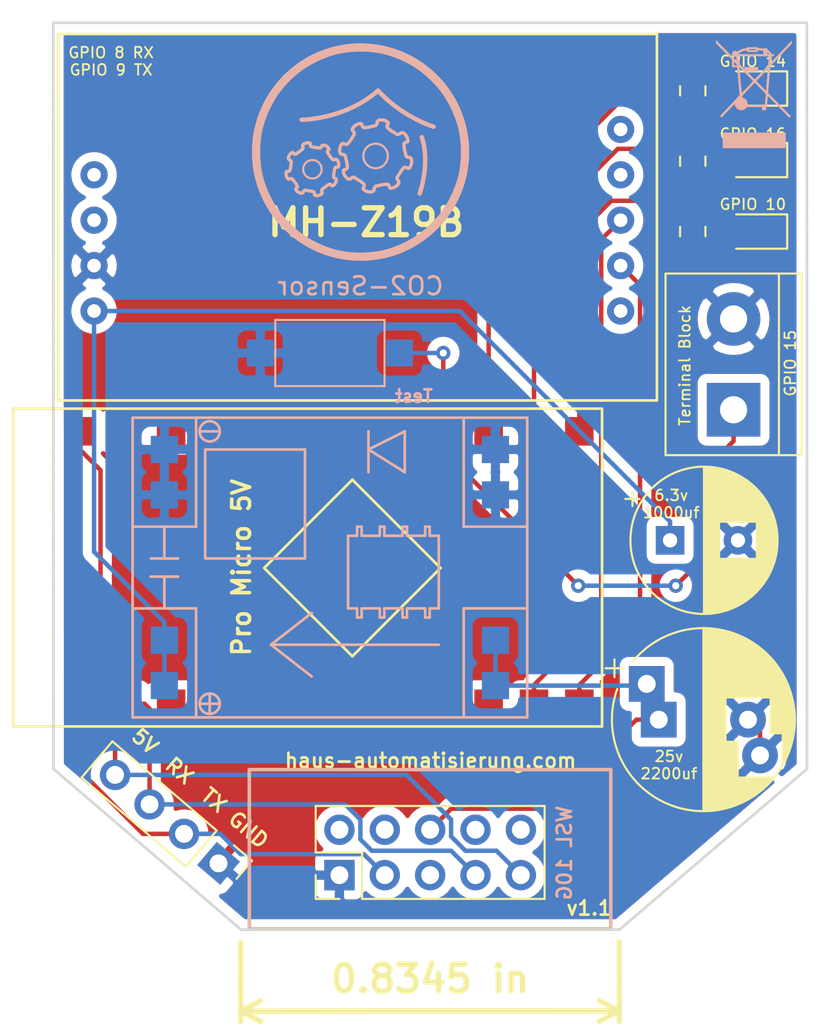
<source format=kicad_pcb>
(kicad_pcb (version 20171130) (host pcbnew "(5.1.0-0)")
  (title_block (title KNX-Busankoppler) (date 2019-05-11) (rev 1.1) (company haus-automatisierung.com) (comment 1 "Matthias Kleine"))
  (layers (0 F.Cu signal) (31 B.Cu signal) (34 B.Paste user) (35 F.Paste user) (36 B.SilkS user) (37 F.SilkS user) (38 B.Mask user) (39 F.Mask user) (44 Edge.Cuts user))
  (net 0 "")
  (net 1 "Net-(J1-Pad2)")
  (net 2 "Net-(J1-Pad4)")
  (net 3 "Net-(J1-Pad5)")
  (net 4 "Net-(J1-Pad8)")
  (net 5 "Net-(J1-Pad10)")
  (net 6 "Net-(U1-Pad4)")
  (net 7 "Net-(U1-Pad5)")
  (net 8 "Net-(U1-Pad6)")
  (net 9 "Net-(U1-Pad7)")
  (net 10 "Net-(U1-Pad8)")
  (net 11 "Net-(U1-Pad9)")
  (net 12 "Net-(U1-Pad10)")
  (net 13 "Net-(U1-Pad17)")
  (net 14 "Net-(U1-Pad18)")
  (net 15 "Net-(U1-Pad19)")
  (net 16 "Net-(U1-Pad20)")
  (net 17 "Net-(U1-Pad22)")
  (net 18 /5V)
  (net 19 /TX)
  (net 20 /RX)
  (net 21 GND)
  (net 22 "Net-(U1-Pad11)")
  (net 23 "Net-(U1-Pad12)")
  (net 24 /20V)
  (net 25 "Net-(C2-Pad1)")
  (net 26 "Net-(U2-Pad4)")
  (net 27 "Net-(U2-Pad5)")
  (net 28 "Net-(U2-Pad9)")
  (net 29 "Net-(D1-Pad2)")
  (net 30 "Net-(D2-Pad2)")
  (net 31 "Net-(D3-Pad2)")
  (net 32 "Net-(R1-Pad2)")
  (net 33 "Net-(R2-Pad2)")
  (net 34 "Net-(R3-Pad2)")
  (net 35 "Net-(J3-Pad1)")
  (net 36 "Net-(U1-Pad21)")
  (module Symbol:WEEE-Logo_4.2x6mm_SilkScreen (layer B.Cu) (at 160.02 67.5005 180)
    (fp_text reference REF** hide)
    (fp_text value WEEE-Logo_4.2x6mm_SilkScreen hide)
  )
  (module libs:Logo (layer B.Cu) (at 137.9855 70.739 180)
    (fp_text reference G*** hide)
    (fp_text value LOGO hide)
  )
  (module LED_SMD:LED_0805_2012Metric_Pad1.15x1.40mm_HandSolder (layer F.Cu) (at 160.02 75.184 180)
    (fp_text reference D3 hide)
    (fp_text value LED)
    (pad 2 smd roundrect (at 1.025 0 180) (size 1.15 1.4) (layers F.Cu F.Paste F.Mask) (roundrect_rratio 0.217391) (net 31 "Net-(D3-Pad2)"))
    (pad 1 smd roundrect (at -1.025 0 180) (size 1.15 1.4) (layers F.Cu F.Paste F.Mask) (roundrect_rratio 0.217391) (net 21 GND))
  )
  (module Connector_PinHeader_2.54mm:PinHeader_2x05_P2.54mm_Vertical (layer F.Cu) (at 136.8044 111.1875 90)
    (fp_text reference J1 hide)
    (fp_text value Conn_01x10_Male)
    (pad 10 thru_hole oval (at 2.54 10.16 90) (size 1.7 1.7) (drill 1) (layers *.Cu *.Mask) (net 5 "Net-(J1-Pad10)"))
    (pad 9 thru_hole oval (at 0 10.16 90) (size 1.7 1.7) (drill 1) (layers *.Cu *.Mask) (net 18 /5V))
    (pad 8 thru_hole oval (at 2.54 7.62 90) (size 1.7 1.7) (drill 1) (layers *.Cu *.Mask) (net 4 "Net-(J1-Pad8)"))
    (pad 7 thru_hole oval (at 0 7.62 90) (size 1.7 1.7) (drill 1) (layers *.Cu *.Mask) (net 20 /RX))
    (pad 6 thru_hole oval (at 2.54 5.08 90) (size 1.7 1.7) (drill 1) (layers *.Cu *.Mask) (net 24 /20V))
    (pad 5 thru_hole oval (at 0 5.08 90) (size 1.7 1.7) (drill 1) (layers *.Cu *.Mask) (net 3 "Net-(J1-Pad5)"))
    (pad 4 thru_hole oval (at 2.54 2.54 90) (size 1.7 1.7) (drill 1) (layers *.Cu *.Mask) (net 2 "Net-(J1-Pad4)"))
    (pad 3 thru_hole oval (at 0 2.54 90) (size 1.7 1.7) (drill 1) (layers *.Cu *.Mask) (net 19 /TX))
    (pad 2 thru_hole oval (at 2.54 0 90) (size 1.7 1.7) (drill 1) (layers *.Cu *.Mask) (net 1 "Net-(J1-Pad2)"))
    (pad 1 thru_hole rect (at 0 0 90) (size 1.7 1.7) (drill 1) (layers *.Cu *.Mask) (net 21 GND))
  )
  (module Connector_PinHeader_2.54mm:PinHeader_1x04_P2.54mm_Vertical (layer F.Cu) (at 130.033952 110.528317 229.5)
    (fp_text reference J2 hide)
    (fp_text value Conn_01x04_Male)
    (pad 4 thru_hole oval (at 0 7.62 229.5) (size 1.7 1.7) (drill 1) (layers *.Cu *.Mask) (net 18 /5V))
    (pad 3 thru_hole oval (at 0 5.08 229.5) (size 1.7 1.7) (drill 1) (layers *.Cu *.Mask) (net 20 /RX))
    (pad 2 thru_hole oval (at 0 2.54 229.5) (size 1.7 1.7) (drill 1) (layers *.Cu *.Mask) (net 19 /TX))
    (pad 1 thru_hole rect (at 0 0 229.5) (size 1.7 1.7) (drill 1) (layers *.Cu *.Mask) (net 21 GND))
  )
  (module Capacitor_THT:CP_Radial_D10.0mm_P5.00mm_P7.50mm (layer F.Cu) (at 154.686 102.489)
    (fp_text reference C1 hide)
    (fp_text value "25v 2200uf")
    (pad 2 thru_hole circle (at 5.672144 2) (size 2 2) (drill 1) (layers *.Cu *.Mask) (net 21 GND))
    (pad 1 thru_hole rect (at -0.672144 -2) (size 2 2) (drill 1) (layers *.Cu *.Mask) (net 24 /20V))
    (pad 2 thru_hole circle (at 5 0) (size 2 2) (drill 1) (layers *.Cu *.Mask) (net 21 GND))
    (pad 1 thru_hole rect (at 0 0) (size 2 2) (drill 1) (layers *.Cu *.Mask) (net 24 /20V))
  )
  (module Capacitor_THT:CP_Radial_D8.0mm_P3.80mm (layer F.Cu) (at 155.321 92.456)
    (fp_text reference C2 hide)
    (fp_text value "6.3v 1000uf")
    (pad 2 thru_hole circle (at 3.8 0) (size 1.6 1.6) (drill 0.8) (layers *.Cu *.Mask) (net 21 GND))
    (pad 1 thru_hole rect (at 0 0) (size 1.6 1.6) (drill 0.8) (layers *.Cu *.Mask) (net 25 "Net-(C2-Pad1)"))
  )
  (module libs:MP1584_buck_module_SMD (layer B.Cu) (at 136.271 93.98 180)
    (fp_text reference U3 hide)
    (fp_text value MP1584)
    (pad 3 smd rect (at 9.271 -4.064 180) (size 1.524 1.524) (layers B.Cu B.Paste B.Mask) (net 25 "Net-(C2-Pad1)"))
    (pad 1 smd rect (at -9.271 -4.064 180) (size 1.524 1.524) (layers B.Cu B.Paste B.Mask) (net 24 /20V))
    (pad 2 smd rect (at -9.271 4.064 180) (size 1.524 1.524) (layers B.Cu B.Paste B.Mask) (net 21 GND))
    (pad 4 smd rect (at 9.271 4.064 180) (size 1.524 1.524) (layers B.Cu B.Paste B.Mask) (net 21 GND))
    (pad 3 smd rect (at 9.271 -6.604 180) (size 1.524 1.524) (layers B.Cu B.Paste B.Mask) (net 25 "Net-(C2-Pad1)"))
    (pad 4 smd rect (at 9.271 6.604 180) (size 1.524 1.524) (layers B.Cu B.Paste B.Mask) (net 21 GND))
    (pad 1 smd rect (at -9.271 -6.604 180) (size 1.524 1.524) (layers B.Cu B.Paste B.Mask) (net 24 /20V))
    (pad 2 smd rect (at -9.271 6.604 180) (size 1.524 1.524) (layers B.Cu B.Paste B.Mask) (net 21 GND))
  )
  (module LED_SMD:LED_0805_2012Metric_Pad1.15x1.40mm_HandSolder (layer F.Cu) (at 160.02 67.183 180)
    (fp_text reference D1 hide)
    (fp_text value LED)
    (pad 2 smd roundrect (at 1.025 0 180) (size 1.15 1.4) (layers F.Cu F.Paste F.Mask) (roundrect_rratio 0.217391) (net 29 "Net-(D1-Pad2)"))
    (pad 1 smd roundrect (at -1.025 0 180) (size 1.15 1.4) (layers F.Cu F.Paste F.Mask) (roundrect_rratio 0.217391) (net 21 GND))
  )
  (module LED_SMD:LED_0805_2012Metric_Pad1.15x1.40mm_HandSolder (layer F.Cu) (at 160.02 71.1835 180)
    (fp_text reference D2 hide)
    (fp_text value LED)
    (pad 2 smd roundrect (at 1.025 0 180) (size 1.15 1.4) (layers F.Cu F.Paste F.Mask) (roundrect_rratio 0.217391) (net 30 "Net-(D2-Pad2)"))
    (pad 1 smd roundrect (at -1.025 0 180) (size 1.15 1.4) (layers F.Cu F.Paste F.Mask) (roundrect_rratio 0.217391) (net 21 GND))
  )
  (module Resistor_SMD:R_0805_2012Metric_Pad1.15x1.40mm_HandSolder (layer F.Cu) (at 156.591 67.31 90)
    (fp_text reference R1 hide)
    (fp_text value R)
    (pad 2 smd roundrect (at 1.025 0 90) (size 1.15 1.4) (layers F.Cu F.Paste F.Mask) (roundrect_rratio 0.217391) (net 32 "Net-(R1-Pad2)"))
    (pad 1 smd roundrect (at -1.025 0 90) (size 1.15 1.4) (layers F.Cu F.Paste F.Mask) (roundrect_rratio 0.217391) (net 29 "Net-(D1-Pad2)"))
  )
  (module Resistor_SMD:R_0805_2012Metric_Pad1.15x1.40mm_HandSolder (layer F.Cu) (at 156.591 71.247 270)
    (fp_text reference R2 hide)
    (fp_text value R)
    (pad 2 smd roundrect (at 1.025 0 270) (size 1.15 1.4) (layers F.Cu F.Paste F.Mask) (roundrect_rratio 0.217391) (net 33 "Net-(R2-Pad2)"))
    (pad 1 smd roundrect (at -1.025 0 270) (size 1.15 1.4) (layers F.Cu F.Paste F.Mask) (roundrect_rratio 0.217391) (net 30 "Net-(D2-Pad2)"))
  )
  (module Resistor_SMD:R_0805_2012Metric_Pad1.15x1.40mm_HandSolder (layer F.Cu) (at 156.591 75.184 90)
    (fp_text reference R3 hide)
    (fp_text value R)
    (pad 2 smd roundrect (at 1.025 0 90) (size 1.15 1.4) (layers F.Cu F.Paste F.Mask) (roundrect_rratio 0.217391) (net 34 "Net-(R3-Pad2)"))
    (pad 1 smd roundrect (at -1.025 0 90) (size 1.15 1.4) (layers F.Cu F.Paste F.Mask) (roundrect_rratio 0.217391) (net 31 "Net-(D3-Pad2)"))
  )
  (module TerminalBlock:TerminalBlock_bornier-2_P5.08mm (layer F.Cu) (at 158.877 85.1535 90)
    (fp_text reference J3 hide)
    (fp_text value Screw_Terminal_01x02)
    (pad 2 thru_hole circle (at 5.08 0 90) (size 3 3) (drill 1.52) (layers *.Cu *.Mask) (net 21 GND))
    (pad 1 thru_hole rect (at 0 0 90) (size 3 3) (drill 1.52) (layers *.Cu *.Mask) (net 35 "Net-(J3-Pad1)"))
  )
  (module Button_Switch_SMD:SW_SPST_CK_RS282G05A3 (layer B.Cu) (at 136.271 81.9785 180)
    (fp_text reference SW1 hide)
    (fp_text value SW_Push)
    (pad 1 smd rect (at -3.9 0 180) (size 1.5 1.5) (layers B.Cu B.Paste B.Mask) (net 35 "Net-(J3-Pad1)"))
    (pad 2 smd rect (at 3.9 0 180) (size 1.5 1.5) (layers B.Cu B.Paste B.Mask) (net 21 GND))
  )
  (module halibs:ArduinoProMicroSMD (layer F.Cu) (at 136.271 93.98)
    (fp_text reference U1 hide)
    (fp_text value ProMicro)
    (pad 1 smd rect (at -13.97 7.62) (size 1.6 1.6) (layers F.Cu F.Paste F.Mask) (net 19 /TX))
    (pad 2 smd rect (at -11.43 7.62) (size 1.6 1.6) (layers F.Cu F.Paste F.Mask) (net 20 /RX))
    (pad 3 smd rect (at -8.89 7.62) (size 1.6 1.6) (layers F.Cu F.Paste F.Mask) (net 21 GND))
    (pad 4 smd rect (at -6.35 7.62) (size 1.6 1.6) (layers F.Cu F.Paste F.Mask) (net 6 "Net-(U1-Pad4)"))
    (pad 5 smd rect (at -3.81 7.62) (size 1.6 1.6) (layers F.Cu F.Paste F.Mask) (net 7 "Net-(U1-Pad5)"))
    (pad 6 smd rect (at -1.27 7.62) (size 1.6 1.6) (layers F.Cu F.Paste F.Mask) (net 8 "Net-(U1-Pad6)"))
    (pad 7 smd rect (at 1.27 7.62) (size 1.6 1.6) (layers F.Cu F.Paste F.Mask) (net 9 "Net-(U1-Pad7)"))
    (pad 8 smd rect (at 3.81 7.62) (size 1.6 1.6) (layers F.Cu F.Paste F.Mask) (net 10 "Net-(U1-Pad8)"))
    (pad 9 smd rect (at 6.35 7.62) (size 1.6 1.6) (layers F.Cu F.Paste F.Mask) (net 11 "Net-(U1-Pad9)"))
    (pad 10 smd rect (at 8.89 7.62) (size 1.6 1.6) (layers F.Cu F.Paste F.Mask) (net 12 "Net-(U1-Pad10)"))
    (pad 11 smd rect (at 11.43 7.62) (size 1.6 1.6) (layers F.Cu F.Paste F.Mask) (net 22 "Net-(U1-Pad11)"))
    (pad 12 smd rect (at 13.97 7.62) (size 1.6 1.6) (layers F.Cu F.Paste F.Mask) (net 23 "Net-(U1-Pad12)"))
    (pad 13 smd rect (at 13.97 -7.62) (size 1.6 1.6) (layers F.Cu F.Paste F.Mask) (net 34 "Net-(R3-Pad2)"))
    (pad 14 smd rect (at 11.43 -7.62) (size 1.6 1.6) (layers F.Cu F.Paste F.Mask) (net 33 "Net-(R2-Pad2)"))
    (pad 15 smd rect (at 8.89 -7.62) (size 1.6 1.6) (layers F.Cu F.Paste F.Mask) (net 32 "Net-(R1-Pad2)"))
    (pad 16 smd rect (at 6.35 -7.62) (size 1.6 1.6) (layers F.Cu F.Paste F.Mask) (net 35 "Net-(J3-Pad1)"))
    (pad 17 smd rect (at 3.81 -7.62) (size 1.6 1.6) (layers F.Cu F.Paste F.Mask) (net 13 "Net-(U1-Pad17)"))
    (pad 18 smd rect (at 1.27 -7.62) (size 1.6 1.6) (layers F.Cu F.Paste F.Mask) (net 14 "Net-(U1-Pad18)"))
    (pad 19 smd rect (at -1.27 -7.62) (size 1.6 1.6) (layers F.Cu F.Paste F.Mask) (net 15 "Net-(U1-Pad19)"))
    (pad 20 smd rect (at -3.81 -7.62) (size 1.6 1.6) (layers F.Cu F.Paste F.Mask) (net 16 "Net-(U1-Pad20)"))
    (pad 21 smd rect (at -6.35 -7.62) (size 1.6 1.6) (layers F.Cu F.Paste F.Mask) (net 36 "Net-(U1-Pad21)"))
    (pad 22 smd rect (at -8.89 -7.62) (size 1.6 1.6) (layers F.Cu F.Paste F.Mask) (net 17 "Net-(U1-Pad22)"))
    (pad 23 smd rect (at -11.43 -7.62) (size 1.6 1.6) (layers F.Cu F.Paste F.Mask) (net 21 GND))
    (pad 24 smd rect (at -13.97 -7.62) (size 1.6 1.6) (layers F.Cu F.Paste F.Mask) (net 18 /5V))
  )
  (module halibs:MH-Z19B (layer F.Cu) (at 123.063 79.629)
    (fp_text reference U2 hide)
    (fp_text value MH_Z19B)
    (pad 1 thru_hole circle (at 0 0) (size 1.524 1.524) (drill 0.762) (layers *.Cu *.Mask) (net 25 "Net-(C2-Pad1)"))
    (pad 2 thru_hole circle (at 0 -2.54) (size 1.524 1.524) (drill 0.762) (layers *.Cu *.Mask) (net 21 GND))
    (pad 3 thru_hole circle (at 0 -5.08) (size 1.524 1.524) (drill 0.762) (layers *.Cu *.Mask))
    (pad 4 thru_hole circle (at 0 -7.62) (size 1.524 1.524) (drill 0.762) (layers *.Cu *.Mask) (net 26 "Net-(U2-Pad4)"))
    (pad 5 thru_hole circle (at 29.4894 0) (size 1.524 1.524) (drill 0.762) (layers *.Cu *.Mask) (net 27 "Net-(U2-Pad5)"))
    (pad 6 thru_hole circle (at 29.4894 -2.54) (size 1.524 1.524) (drill 0.762) (layers *.Cu *.Mask) (net 23 "Net-(U1-Pad12)"))
    (pad 7 thru_hole circle (at 29.4894 -5.08) (size 1.524 1.524) (drill 0.762) (layers *.Cu *.Mask) (net 22 "Net-(U1-Pad11)"))
    (pad 8 thru_hole circle (at 29.4894 -7.62) (size 1.524 1.524) (drill 0.762) (layers *.Cu *.Mask))
    (pad 9 thru_hole circle (at 29.4894 -10.16) (size 1.524 1.524) (drill 0.762) (layers *.Cu *.Mask) (net 28 "Net-(U2-Pad9)"))
  )
  (gr_text "GPIO 8 RX\nGPIO 9 TX" (at 124.0155 65.659) (layer F.SilkS) (effects (font (size 0.6 0.6) (thickness 0.1))))
  (gr_text "GPIO 15" (at 162.052 82.55 90) (layer F.SilkS) (effects (font (size 0.6 0.6) (thickness 0.1))))
  (gr_text "GPIO 14" (at 159.9565 65.659) (layer F.SilkS) (effects (font (size 0.6 0.6) (thickness 0.1))))
  (gr_text "GPIO 16" (at 159.9565 69.723) (layer F.SilkS) (effects (font (size 0.6 0.6) (thickness 0.1))))
  (gr_text "GPIO 10" (at 159.9565 73.66) (layer F.SilkS) (effects (font (size 0.6 0.6) (thickness 0.1))))
  (gr_text "Terminal Block" (at 156.1465 82.677 90) (layer F.SilkS) (effects (font (size 0.6 0.6) (thickness 0.1))))
  (gr_text "6.3v\n1000uf" (at 155.3845 90.424) (layer F.SilkS) (effects (font (size 0.6 0.6) (thickness 0.1))))
  (gr_text "25v\n2200uf" (at 155.2575 105.029) (layer F.SilkS) (effects (font (size 0.6 0.6) (thickness 0.1))))
  (gr_text GND (at 131.705682 108.649192 -40.5) (layer F.SilkS) (effects (font (size 0.8 0.8))))
  (gr_text CO2-Sensor (at 137.9855 78.232) (layer B.SilkS) (effects (font (size 1 1)) (justify mirror)))
  (gr_text Test (at 140.97 84.3915) (layer B.SilkS) (effects (font (size 0.7 0.7)) (justify mirror)))
  (gr_text MH-Z19B (at 138.303 74.676) (layer F.SilkS) (effects (font (size 1.5 1.5) (thickness 0.3))))
  (dimension 21.196304 (width 0.3) (layer F.SilkS) (gr_text "21.196 mm" (at 141.881621 120.889433 0.03432940243) (layer F.SilkS) (effects (font (size 1.5 1.5) (thickness 0.3)))) (feature1 (pts (xy 152.4762 114.9223) (xy 152.478865 119.369504))) (feature2 (pts (xy 131.2799 114.935) (xy 131.282565 119.382204))) (crossbar (pts (xy 131.282213 118.795783) (xy 152.478513 118.783083))) (arrow1a (pts (xy 152.478513 118.783083) (xy 151.352361 119.370179))) (arrow1b (pts (xy 152.478513 118.783083) (xy 151.351658 118.197337))) (arrow2a (pts (xy 131.282213 118.795783) (xy 132.409068 119.381529))) (arrow2b (pts (xy 131.282213 118.795783) (xy 132.408365 118.208687))))
  (gr_text 5V (at 125.911389 103.700399 -40.5) (layer F.SilkS) (effects (font (size 0.8 0.8))))
  (gr_text RX (at 127.842819 105.349996 -40.5) (layer F.SilkS) (effects (font (size 0.8 0.8))))
  (gr_text TX (at 129.774251 106.999594 -40.5) (layer F.SilkS) (effects (font (size 0.8 0.8))))
  (gr_text v1.1 (at 152.146 113.03) (layer F.SilkS) (effects (font (size 0.8 0.8)) (justify right)))
  (gr_text "Pro Micro 5V" (at 131.318 93.98 90) (layer F.SilkS) (effects (font (size 1 1) (thickness 0.2))))
  (gr_text haus-automatisierung.com (at 141.9098 104.775) (layer F.SilkS) (effects (font (size 0.8 0.8))))
  (gr_text "WSL 10G" (at 149.4028 109.9439 90) (layer B.SilkS) (effects (font (size 0.8 0.8)) (justify mirror)))
  (gr_line (start 131.7574 114.1984) (end 151.9631 114.1984) (layer B.SilkS) (width 0.2))
  (gr_line (start 131.7574 105.2957) (end 131.7574 114.1984) (layer B.SilkS) (width 0.2))
  (gr_line (start 152.0013 105.283) (end 131.7575 105.283) (layer B.SilkS) (width 0.2))
  (gr_line (start 152.0012 114.173) (end 152.0012 105.2957) (layer B.SilkS) (width 0.2))
  (gr_line (start 162.9791 63.5) (end 120.777 63.5) (layer Edge.Cuts) (width 0.15))
  (gr_line (start 120.7897 105.2449) (end 120.777 63.5) (layer Edge.Cuts) (width 0.15))
  (gr_line (start 120.7897 105.2449) (end 131.2926 114.2365) (layer Edge.Cuts) (width 0.15))
  (gr_line (start 162.9918 105.2449) (end 162.9791 63.5) (layer Edge.Cuts) (width 0.15))
  (gr_line (start 152.4889 114.2365) (end 162.9918 105.2449) (layer Edge.Cuts) (width 0.15))
  (gr_line (start 131.2926 114.2365) (end 152.4889 114.2365) (layer Edge.Cuts) (width 0.15))
  (segment (start 123.426001 88.535001) (end 122.301 87.41) (width 0.25) (layer F.Cu) (net 18))
  (segment (start 122.301 87.41) (end 122.301 86.36) (width 0.25) (layer F.Cu) (net 18))
  (segment (start 123.426001 102.370003) (end 123.426001 88.535001) (width 0.25) (layer F.Cu) (net 18))
  (segment (start 124.239659 103.183661) (end 123.426001 102.370003) (width 0.25) (layer F.Cu) (net 18))
  (segment (start 124.239659 105.579523) (end 124.239659 103.183661) (width 0.25) (layer F.Cu) (net 18))
  (segment (start 140.555425 105.579523) (end 125.44174 105.579523) (width 0.25) (layer B.Cu) (net 18))
  (segment (start 143.059401 109.021503) (end 143.059401 108.083499) (width 0.25) (layer B.Cu) (net 18))
  (segment (start 143.059401 108.083499) (end 140.555425 105.579523) (width 0.25) (layer B.Cu) (net 18))
  (segment (start 143.860399 109.822501) (end 143.059401 109.021503) (width 0.25) (layer B.Cu) (net 18))
  (segment (start 145.599401 109.822501) (end 143.860399 109.822501) (width 0.25) (layer B.Cu) (net 18))
  (segment (start 125.44174 105.579523) (end 124.239659 105.579523) (width 0.25) (layer B.Cu) (net 18))
  (segment (start 146.9644 111.1875) (end 145.599401 109.822501) (width 0.25) (layer B.Cu) (net 18))
  (segment (start 129.304602 108.878719) (end 128.102521 108.878719) (width 0.25) (layer B.Cu) (net 19))
  (segment (start 130.136678 108.878719) (end 129.304602 108.878719) (width 0.25) (layer B.Cu) (net 19))
  (segment (start 131.270458 110.012499) (end 130.136678 108.878719) (width 0.25) (layer B.Cu) (net 19))
  (segment (start 138.169399 110.012499) (end 131.270458 110.012499) (width 0.25) (layer B.Cu) (net 19))
  (segment (start 139.3444 111.1875) (end 138.169399 110.012499) (width 0.25) (layer B.Cu) (net 19))
  (segment (start 122.301 102.65) (end 122.301 101.6) (width 0.25) (layer F.Cu) (net 19))
  (segment (start 122.301 105.379866) (end 122.301 102.65) (width 0.25) (layer F.Cu) (net 19))
  (segment (start 125.799853 108.878719) (end 122.301 105.379866) (width 0.25) (layer F.Cu) (net 19))
  (segment (start 128.102521 108.878719) (end 125.799853 108.878719) (width 0.25) (layer F.Cu) (net 19))
  (segment (start 127.373171 107.229121) (end 126.17109 107.229121) (width 0.25) (layer B.Cu) (net 20))
  (segment (start 137.125023 107.229121) (end 127.373171 107.229121) (width 0.25) (layer B.Cu) (net 20))
  (segment (start 137.979401 108.083499) (end 137.125023 107.229121) (width 0.25) (layer B.Cu) (net 20))
  (segment (start 138.615811 109.822501) (end 137.979401 109.186091) (width 0.25) (layer B.Cu) (net 20))
  (segment (start 143.059401 109.822501) (end 138.615811 109.822501) (width 0.25) (layer B.Cu) (net 20))
  (segment (start 137.979401 109.186091) (end 137.979401 108.083499) (width 0.25) (layer B.Cu) (net 20))
  (segment (start 144.4244 111.1875) (end 143.059401 109.822501) (width 0.25) (layer B.Cu) (net 20))
  (segment (start 125.891 101.6) (end 124.841 101.6) (width 0.25) (layer F.Cu) (net 20))
  (segment (start 126.17109 101.88009) (end 125.891 101.6) (width 0.25) (layer F.Cu) (net 20))
  (segment (start 126.17109 107.229121) (end 126.17109 101.88009) (width 0.25) (layer F.Cu) (net 20))
  (segment (start 136.145217 110.528317) (end 136.8044 111.1875) (width 0.25) (layer F.Cu) (net 21))
  (segment (start 160.358144 103.161144) (end 159.686 102.489) (width 0.25) (layer F.Cu) (net 21))
  (segment (start 160.358144 104.489) (end 160.358144 103.161144) (width 0.25) (layer F.Cu) (net 21))
  (segment (start 145.542 89.916) (end 145.542 87.376) (width 0.25) (layer B.Cu) (net 21))
  (segment (start 127 88.388) (end 127 89.916) (width 0.25) (layer B.Cu) (net 21))
  (segment (start 127 87.376) (end 127 88.388) (width 0.25) (layer B.Cu) (net 21))
  (segment (start 151.790401 75.310999) (end 152.5524 74.549) (width 0.25) (layer F.Cu) (net 22))
  (segment (start 151.465399 75.636001) (end 151.790401 75.310999) (width 0.25) (layer F.Cu) (net 22))
  (segment (start 151.465399 96.785601) (end 151.465399 75.636001) (width 0.25) (layer F.Cu) (net 22))
  (segment (start 147.701 100.55) (end 151.465399 96.785601) (width 0.25) (layer F.Cu) (net 22))
  (segment (start 147.701 101.6) (end 147.701 100.55) (width 0.25) (layer F.Cu) (net 22))
  (segment (start 153.639401 78.176001) (end 153.314399 77.850999) (width 0.25) (layer F.Cu) (net 23))
  (segment (start 153.639401 97.151599) (end 153.639401 78.176001) (width 0.25) (layer F.Cu) (net 23))
  (segment (start 153.314399 77.850999) (end 152.5524 77.089) (width 0.25) (layer F.Cu) (net 23))
  (segment (start 150.241 100.55) (end 153.639401 97.151599) (width 0.25) (layer F.Cu) (net 23))
  (segment (start 150.241 101.6) (end 150.241 100.55) (width 0.25) (layer F.Cu) (net 23))
  (segment (start 153.436 102.489) (end 154.686 102.489) (width 0.25) (layer F.Cu) (net 24))
  (segment (start 148.452501 107.472499) (end 153.436 102.489) (width 0.25) (layer F.Cu) (net 24))
  (segment (start 143.059401 107.472499) (end 148.452501 107.472499) (width 0.25) (layer F.Cu) (net 24))
  (segment (start 141.8844 108.6475) (end 143.059401 107.472499) (width 0.25) (layer F.Cu) (net 24))
  (segment (start 154.686 101.161144) (end 154.013856 100.489) (width 0.25) (layer F.Cu) (net 24))
  (segment (start 154.686 102.489) (end 154.686 101.161144) (width 0.25) (layer F.Cu) (net 24))
  (segment (start 153.918856 100.584) (end 154.013856 100.489) (width 0.25) (layer B.Cu) (net 24))
  (segment (start 145.542 100.584) (end 153.918856 100.584) (width 0.25) (layer B.Cu) (net 24))
  (segment (start 145.542 99.572) (end 145.542 98.044) (width 0.25) (layer B.Cu) (net 24))
  (segment (start 145.542 100.584) (end 145.542 99.572) (width 0.25) (layer B.Cu) (net 24))
  (segment (start 127 99.572) (end 127 98.044) (width 0.25) (layer B.Cu) (net 25))
  (segment (start 127 100.584) (end 127 99.572) (width 0.25) (layer B.Cu) (net 25))
  (segment (start 155.321 91.406) (end 155.321 92.456) (width 0.25) (layer B.Cu) (net 25))
  (segment (start 143.544 79.629) (end 155.321 91.406) (width 0.25) (layer B.Cu) (net 25))
  (segment (start 123.063 79.629) (end 143.544 79.629) (width 0.25) (layer B.Cu) (net 25))
  (segment (start 123.063 93.095) (end 123.063 80.70663) (width 0.25) (layer B.Cu) (net 25))
  (segment (start 127 97.032) (end 123.063 93.095) (width 0.25) (layer B.Cu) (net 25))
  (segment (start 123.063 80.70663) (end 123.063 79.629) (width 0.25) (layer B.Cu) (net 25))
  (segment (start 127 98.044) (end 127 97.032) (width 0.25) (layer B.Cu) (net 25))
  (segment (start 157.743 67.183) (end 156.591 68.335) (width 0.25) (layer F.Cu) (net 29))
  (segment (start 158.995 67.183) (end 157.743 67.183) (width 0.25) (layer F.Cu) (net 29))
  (segment (start 158.0335 70.222) (end 156.591 70.222) (width 0.25) (layer F.Cu) (net 30))
  (segment (start 158.995 71.1835) (end 158.0335 70.222) (width 0.25) (layer F.Cu) (net 30))
  (segment (start 157.616 75.184) (end 156.591 76.209) (width 0.25) (layer F.Cu) (net 31))
  (segment (start 158.995 75.184) (end 157.616 75.184) (width 0.25) (layer F.Cu) (net 31))
  (segment (start 145.161 85.31) (end 145.161 86.36) (width 0.25) (layer F.Cu) (net 32))
  (segment (start 145.161 75.251638) (end 145.161 85.31) (width 0.25) (layer F.Cu) (net 32))
  (segment (start 154.127638 66.285) (end 145.161 75.251638) (width 0.25) (layer F.Cu) (net 32))
  (segment (start 156.591 66.285) (end 154.127638 66.285) (width 0.25) (layer F.Cu) (net 32))
  (segment (start 152.396637 70.556001) (end 147.701 75.251638) (width 0.25) (layer F.Cu) (net 33))
  (segment (start 147.701 75.251638) (end 147.701 85.31) (width 0.25) (layer F.Cu) (net 33))
  (segment (start 154.875001 70.556001) (end 152.396637 70.556001) (width 0.25) (layer F.Cu) (net 33))
  (segment (start 147.701 85.31) (end 147.701 86.36) (width 0.25) (layer F.Cu) (net 33))
  (segment (start 156.591 72.272) (end 154.875001 70.556001) (width 0.25) (layer F.Cu) (net 33))
  (segment (start 150.241 75.251638) (end 150.241 85.31) (width 0.25) (layer F.Cu) (net 34))
  (segment (start 152.030639 73.461999) (end 150.241 75.251638) (width 0.25) (layer F.Cu) (net 34))
  (segment (start 155.893999 73.461999) (end 152.030639 73.461999) (width 0.25) (layer F.Cu) (net 34))
  (segment (start 150.241 85.31) (end 150.241 86.36) (width 0.25) (layer F.Cu) (net 34))
  (segment (start 156.591 74.159) (end 155.893999 73.461999) (width 0.25) (layer F.Cu) (net 34))
  (via (at 150.1775 94.996) (size 0.8) (drill 0.4) (layers F.Cu B.Cu) (net 35))
  (segment (start 142.621 87.4395) (end 150.1775 94.996) (width 0.25) (layer F.Cu) (net 35))
  (segment (start 142.621 86.36) (end 142.621 87.4395) (width 0.25) (layer F.Cu) (net 35))
  (segment (start 150.1775 94.996) (end 150.743185 94.996) (width 0.25) (layer B.Cu) (net 35))
  (via (at 155.6385 94.996) (size 0.8) (drill 0.4) (layers F.Cu B.Cu) (net 35))
  (segment (start 150.743185 94.996) (end 155.6385 94.996) (width 0.25) (layer B.Cu) (net 35))
  (segment (start 155.6385 94.996) (end 157.226 93.4085) (width 0.25) (layer F.Cu) (net 35))
  (segment (start 158.877 86.9035) (end 158.877 85.1535) (width 0.25) (layer F.Cu) (net 35))
  (segment (start 157.226 88.5545) (end 158.877 86.9035) (width 0.25) (layer F.Cu) (net 35))
  (segment (start 157.226 93.4085) (end 157.226 88.5545) (width 0.25) (layer F.Cu) (net 35))
  (via (at 142.621 81.9785) (size 0.8) (drill 0.4) (layers F.Cu B.Cu) (net 35))
  (segment (start 142.621 86.36) (end 142.621 81.9785) (width 0.25) (layer F.Cu) (net 35))
  (segment (start 142.621 81.9785) (end 140.171 81.9785) (width 0.25) (layer B.Cu) (net 35))
  (zone (net 21) (net_name GND) (layer B.Cu) (connect_pads (clearance 0.508)) (min_thickness 0.254) (fill yes (arc_segments 16) (thermal_gap 0.508) (thermal_bridge_width 0.508))
    (polygon (pts (xy 118.364 62.23) (xy 164.846 62.23) (xy 164.846 115.57) (xy 118.364 115.57)))
  )
  (zone (net 21) (net_name GND) (layer F.Cu) (connect_pads (clearance 0.508)) (min_thickness 0.254) (fill yes (arc_segments 16) (thermal_gap 0.508) (thermal_bridge_width 0.508))
    (polygon (pts (xy 118.364 62.23) (xy 164.846 62.23) (xy 164.846 115.57) (xy 118.364 115.57)))
  )
)
</source>
